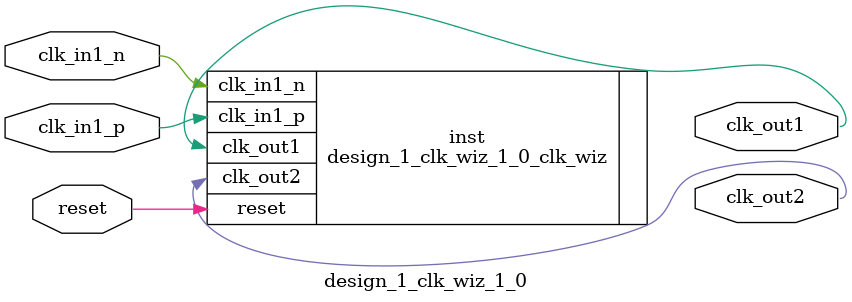
<source format=v>


`timescale 1ps/1ps

(* CORE_GENERATION_INFO = "design_1_clk_wiz_1_0,clk_wiz_v6_0_9_0_0,{component_name=design_1_clk_wiz_1_0,use_phase_alignment=true,use_min_o_jitter=false,use_max_i_jitter=false,use_dyn_phase_shift=false,use_inclk_switchover=false,use_dyn_reconfig=false,enable_axi=0,feedback_source=FDBK_AUTO,PRIMITIVE=MMCM,num_out_clk=2,clkin1_period=5.000,clkin2_period=10.0,use_power_down=false,use_reset=true,use_locked=false,use_inclk_stopped=false,feedback_type=SINGLE,CLOCK_MGR_TYPE=NA,manual_override=false}" *)

module design_1_clk_wiz_1_0 
 (
  // Clock out ports
  output        clk_out1,
  output        clk_out2,
  // Status and control signals
  input         reset,
 // Clock in ports
  input         clk_in1_p,
  input         clk_in1_n
 );

  design_1_clk_wiz_1_0_clk_wiz inst
  (
  // Clock out ports  
  .clk_out1(clk_out1),
  .clk_out2(clk_out2),
  // Status and control signals               
  .reset(reset), 
 // Clock in ports
  .clk_in1_p(clk_in1_p),
  .clk_in1_n(clk_in1_n)
  );

endmodule

</source>
